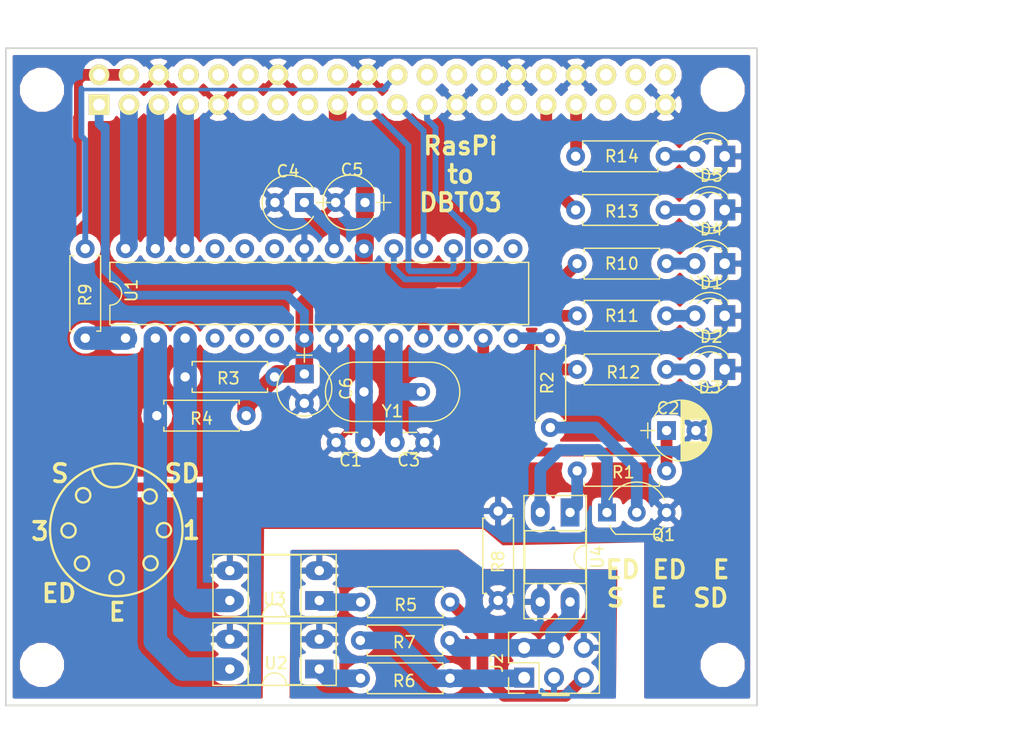
<source format=kicad_pcb>
(kicad_pcb (version 20171130) (host pcbnew 5.0.2+dfsg1-1)
  (layers (0 F.Cu signal) (31 B.Cu signal) (34 B.Paste user) (35 F.Paste user) (36 B.SilkS user) (37 F.SilkS user) (38 B.Mask user) (39 F.Mask user) (44 Edge.Cuts user))
  (net 0 "")
  (net 1 GND)
  (net 2 +3V3)
  (net 3 "Net-(Q1-Pad1)")
  (net 4 "Net-(Q1-Pad2)")
  (net 5 "Net-(R1-Pad2)")
  (net 6 "Net-(R5-Pad2)")
  (net 7 "Net-(R6-Pad2)")
  (net 8 +5V)
  (net 9 "Net-(RP1-Pad40)")
  (net 10 "Net-(RP1-Pad38)")
  (net 11 "Net-(RP1-Pad36)")
  (net 12 "Net-(RP1-Pad32)")
  (net 13 "Net-(RP1-Pad26)")
  (net 14 "Net-(RP1-Pad18)")
  (net 15 "Net-(RP1-Pad16)")
  (net 16 "Net-(RP1-Pad15)")
  (net 17 "Net-(RP1-Pad12)")
  (net 18 "Net-(RP1-Pad10)")
  (net 19 "Net-(RP1-Pad8)")
  (net 20 "Net-(RP1-Pad24)")
  (net 21 "Net-(RP1-Pad28)")
  (net 22 "Net-(RP1-Pad27)")
  (net 23 "Net-(D1-Pad2)")
  (net 24 /LED_BLUE)
  (net 25 /LED_GREEN)
  (net 26 /LED_RED)
  (net 27 "Net-(D3-Pad2)")
  (net 28 "Net-(D4-Pad2)")
  (net 29 "Net-(D2-Pad2)")
  (net 30 /COM_A)
  (net 31 /E0)
  (net 32 /ED0)
  (net 33 /SD0)
  (net 34 /S0)
  (net 35 "Net-(U1-Pad16)")
  (net 36 "Net-(U1-Pad15)")
  (net 37 "Net-(U1-Pad6)")
  (net 38 "Net-(U1-Pad25)")
  (net 39 "Net-(U1-Pad5)")
  (net 40 "Net-(U1-Pad24)")
  (net 41 "Net-(U1-Pad4)")
  (net 42 "Net-(U1-Pad23)")
  (net 43 "Net-(RP1-Pad13)")
  (net 44 "Net-(RP1-Pad11)")
  (net 45 "Net-(C3-Pad1)")
  (net 46 "Net-(C1-Pad1)")
  (net 47 /RST_N)
  (net 48 /MISO)
  (net 49 /MOSI)
  (net 50 /SCK)
  (net 51 "Net-(C4-Pad1)")
  (net 52 /GPIO4)
  (net 53 /GPIO3)
  (net 54 /GPIO2)
  (net 55 "Net-(R9-Pad1)")
  (net 56 "Net-(R12-Pad2)")
  (net 57 "Net-(R11-Pad2)")
  (net 58 "Net-(R10-Pad2)")
  (net 59 "Net-(D5-Pad2)")
  (net 60 "Net-(RP1-Pad35)")
  (net 61 /_E)
  (net 62 /_S0)
  (net 63 /_SD0)
  (module Raspberry-Pi-3-library-for-kicad:raspberrypi_2_3 (layer F.Cu) (at 146.544801 76.346001)
    (fp_text reference RP1)
    (fp_text value Raspberry_Pi_2_3)
    (pad "" np_thru_hole circle (at 29 49) (size 2.75 2.75) (drill 2.75) (layers *.Cu *.Mask F.SilkS))
    (pad "" np_thru_hole circle (at -29 49) (size 2.75 2.75) (drill 2.75) (layers *.Cu *.Mask F.SilkS))
    (pad "" np_thru_hole circle (at 29 0) (size 2.75 2.75) (drill 2.75) (layers *.Cu *.Mask F.SilkS))
    (pad "" np_thru_hole circle (at -29 0) (size 2.75 2.75) (drill 2.75) (layers *.Cu *.Mask F.SilkS))
    (pad 39 thru_hole circle (at 24.13 1.27) (size 1.75 1.75) (drill 1.016) (layers *.Cu *.Mask F.SilkS) (net 1 GND))
    (pad 40 thru_hole circle (at 24.13 -1.27) (size 1.75 1.75) (drill 1.016) (layers *.Cu *.Mask F.SilkS) (net 9 "Net-(RP1-Pad40)"))
    (pad 37 thru_hole circle (at 21.59 1.27) (size 1.75 1.75) (drill 1.016) (layers *.Cu *.Mask F.SilkS) (net 26 /LED_RED))
    (pad 38 thru_hole circle (at 21.59 -1.27) (size 1.75 1.75) (drill 1.016) (layers *.Cu *.Mask F.SilkS) (net 10 "Net-(RP1-Pad38)"))
    (pad 35 thru_hole circle (at 19.05 1.27) (size 1.75 1.75) (drill 1.016) (layers *.Cu *.Mask F.SilkS) (net 60 "Net-(RP1-Pad35)"))
    (pad 36 thru_hole circle (at 19.05 -1.27) (size 1.75 1.75) (drill 1.016) (layers *.Cu *.Mask F.SilkS) (net 11 "Net-(RP1-Pad36)"))
    (pad 33 thru_hole circle (at 16.51 1.27) (size 1.75 1.75) (drill 1.016) (layers *.Cu *.Mask F.SilkS) (net 25 /LED_GREEN))
    (pad 34 thru_hole circle (at 16.51 -1.27) (size 1.75 1.75) (drill 1.016) (layers *.Cu *.Mask F.SilkS) (net 1 GND))
    (pad 31 thru_hole circle (at 13.97 1.27) (size 1.75 1.75) (drill 1.016) (layers *.Cu *.Mask F.SilkS) (net 24 /LED_BLUE))
    (pad 32 thru_hole circle (at 13.97 -1.27) (size 1.75 1.75) (drill 1.016) (layers *.Cu *.Mask F.SilkS) (net 12 "Net-(RP1-Pad32)"))
    (pad 26 thru_hole circle (at 6.35 -1.27) (size 1.75 1.75) (drill 1.016) (layers *.Cu *.Mask F.SilkS) (net 13 "Net-(RP1-Pad26)"))
    (pad 25 thru_hole circle (at 6.35 1.27) (size 1.75 1.75) (drill 1.016) (layers *.Cu *.Mask F.SilkS) (net 1 GND))
    (pad 22 thru_hole circle (at 1.27 -1.27) (size 1.75 1.75) (drill 1.016) (layers *.Cu *.Mask F.SilkS) (net 47 /RST_N))
    (pad 21 thru_hole circle (at 1.27 1.27) (size 1.75 1.75) (drill 1.016) (layers *.Cu *.Mask F.SilkS) (net 48 /MISO))
    (pad 20 thru_hole circle (at -1.27 -1.27) (size 1.75 1.75) (drill 1.016) (layers *.Cu *.Mask F.SilkS) (net 1 GND))
    (pad 19 thru_hole circle (at -1.27 1.27) (size 1.75 1.75) (drill 1.016) (layers *.Cu *.Mask F.SilkS) (net 49 /MOSI))
    (pad 18 thru_hole circle (at -3.81 -1.27) (size 1.75 1.75) (drill 1.016) (layers *.Cu *.Mask F.SilkS) (net 14 "Net-(RP1-Pad18)"))
    (pad 17 thru_hole circle (at -3.81 1.27) (size 1.75 1.75) (drill 1.016) (layers *.Cu *.Mask F.SilkS) (net 2 +3V3))
    (pad 16 thru_hole circle (at -6.35 -1.27) (size 1.75 1.75) (drill 1.016) (layers *.Cu *.Mask F.SilkS) (net 15 "Net-(RP1-Pad16)"))
    (pad 15 thru_hole circle (at -6.35 1.27) (size 1.75 1.75) (drill 1.016) (layers *.Cu *.Mask F.SilkS) (net 16 "Net-(RP1-Pad15)"))
    (pad 14 thru_hole circle (at -8.89 -1.27) (size 1.75 1.75) (drill 1.016) (layers *.Cu *.Mask F.SilkS) (net 1 GND))
    (pad 13 thru_hole circle (at -8.89 1.27) (size 1.75 1.75) (drill 1.016) (layers *.Cu *.Mask F.SilkS) (net 43 "Net-(RP1-Pad13)"))
    (pad 12 thru_hole circle (at -11.43 -1.27) (size 1.75 1.75) (drill 1.016) (layers *.Cu *.Mask F.SilkS) (net 17 "Net-(RP1-Pad12)"))
    (pad 11 thru_hole circle (at -11.43 1.27) (size 1.75 1.75) (drill 1.016) (layers *.Cu *.Mask F.SilkS) (net 44 "Net-(RP1-Pad11)"))
    (pad 10 thru_hole circle (at -13.97 -1.27) (size 1.75 1.75) (drill 1.016) (layers *.Cu *.Mask F.SilkS) (net 18 "Net-(RP1-Pad10)"))
    (pad 9 thru_hole circle (at -13.97 1.27) (size 1.75 1.75) (drill 1.016) (layers *.Cu *.Mask F.SilkS) (net 1 GND))
    (pad 8 thru_hole circle (at -16.51 -1.27) (size 1.75 1.75) (drill 1.016) (layers *.Cu *.Mask F.SilkS) (net 19 "Net-(RP1-Pad8)"))
    (pad 7 thru_hole circle (at -16.51 1.27) (size 1.75 1.75) (drill 1.016) (layers *.Cu *.Mask F.SilkS) (net 52 /GPIO4))
    (pad 6 thru_hole circle (at -19.05 -1.27) (size 1.75 1.75) (drill 1.016) (layers *.Cu *.Mask F.SilkS) (net 1 GND))
    (pad 5 thru_hole circle (at -19.05 1.27) (size 1.75 1.75) (drill 1.016) (layers *.Cu *.Mask F.SilkS) (net 53 /GPIO3))
    (pad 4 thru_hole circle (at -21.59 -1.27) (size 1.75 1.75) (drill 1.016) (layers *.Cu *.Mask F.SilkS) (net 8 +5V))
    (pad 3 thru_hole circle (at -21.59 1.27) (size 1.75 1.75) (drill 1.016) (layers *.Cu *.Mask F.SilkS) (net 54 /GPIO2))
    (pad 2 thru_hole circle (at -24.13 -1.27) (size 1.75 1.75) (drill 1.016) (layers *.Cu *.Mask F.SilkS) (net 8 +5V))
    (pad 1 thru_hole rect (at -24.13 1.27) (size 1.75 1.75) (drill 1.016) (layers *.Cu *.Mask F.SilkS) (net 2 +3V3))
    (pad 23 thru_hole circle (at 3.81 1.27) (size 1.75 1.75) (drill 1.016) (layers *.Cu *.Mask F.SilkS) (net 50 /SCK))
    (pad 24 thru_hole circle (at 3.81 -1.27) (size 1.75 1.75) (drill 1.016) (layers *.Cu *.Mask F.SilkS) (net 20 "Net-(RP1-Pad24)"))
    (pad 30 thru_hole circle (at 11.43 -1.27) (size 1.75 1.75) (drill 1.016) (layers *.Cu *.Mask F.SilkS) (net 1 GND))
    (pad 29 thru_hole circle (at 11.43 1.27) (size 1.75 1.75) (drill 1.016) (layers *.Cu *.Mask F.SilkS) (net 30 /COM_A))
    (pad 28 thru_hole circle (at 8.89 -1.27) (size 1.75 1.75) (drill 1.016) (layers *.Cu *.Mask F.SilkS) (net 21 "Net-(RP1-Pad28)"))
    (pad 27 thru_hole circle (at 8.89 1.27) (size 1.75 1.75) (drill 1.016) (layers *.Cu *.Mask F.SilkS) (net 22 "Net-(RP1-Pad27)"))
  )
  (module LEDs:LED_D3.0mm (layer F.Cu) (at 175.7172 82.0166 180)
    (fp_text reference D5 (at 1.143 -1.651 180) (layer F.SilkS))
    (fp_text value LED)
    (pad 2 thru_hole circle (at 2.54 0 180) (size 1.8 1.8) (drill 0.9) (layers *.Cu *.Mask) (net 59 "Net-(D5-Pad2)"))
    (pad 1 thru_hole rect (at 0 0 180) (size 1.8 1.8) (drill 0.9) (layers *.Cu *.Mask) (net 1 GND))
  )
  (module Resistors_ThroughHole:R_Axial_DIN0207_L6.3mm_D2.5mm_P7.62mm_Horizontal (layer F.Cu) (at 170.6372 82.0166 180)
    (fp_text reference R14 (at 3.683 0 180) (layer F.SilkS))
    (fp_text value 470)
    (pad 2 thru_hole oval (at 7.62 0 180) (size 1.6 1.6) (drill 0.8) (layers *.Cu *.Mask) (net 25 /LED_GREEN))
    (pad 1 thru_hole circle (at 0 0 180) (size 1.6 1.6) (drill 0.8) (layers *.Cu *.Mask) (net 59 "Net-(D5-Pad2)"))
  )
  (module LEDs:LED_D3.0mm (layer F.Cu) (at 175.7172 86.5886 180)
    (fp_text reference D4 (at 1.143 -1.651 180) (layer F.SilkS))
    (fp_text value LED)
    (pad 1 thru_hole rect (at 0 0 180) (size 1.8 1.8) (drill 0.9) (layers *.Cu *.Mask) (net 1 GND))
    (pad 2 thru_hole circle (at 2.54 0 180) (size 1.8 1.8) (drill 0.9) (layers *.Cu *.Mask) (net 28 "Net-(D4-Pad2)"))
  )
  (module Resistors_ThroughHole:R_Axial_DIN0207_L6.3mm_D2.5mm_P7.62mm_Horizontal (layer F.Cu) (at 170.6372 86.5886 180)
    (fp_text reference R13 (at 3.683 -0.127 180) (layer F.SilkS))
    (fp_text value 470)
    (pad 2 thru_hole oval (at 7.62 0 180) (size 1.6 1.6) (drill 0.8) (layers *.Cu *.Mask) (net 24 /LED_BLUE))
    (pad 1 thru_hole circle (at 0 0 180) (size 1.6 1.6) (drill 0.8) (layers *.Cu *.Mask) (net 28 "Net-(D4-Pad2)"))
  )
  (module LEDs:LED_D3.0mm (layer F.Cu) (at 175.7172 91.1606 180)
    (fp_text reference D1 (at 1.143 -1.651 180) (layer F.SilkS))
    (fp_text value LED)
    (pad 2 thru_hole circle (at 2.54 0 180) (size 1.8 1.8) (drill 0.9) (layers *.Cu *.Mask) (net 23 "Net-(D1-Pad2)"))
    (pad 1 thru_hole rect (at 0 0 180) (size 1.8 1.8) (drill 0.9) (layers *.Cu *.Mask) (net 1 GND))
  )
  (module LEDs:LED_D3.0mm (layer F.Cu) (at 175.7172 95.6056 180)
    (fp_text reference D2 (at 1.143 -1.778 180) (layer F.SilkS))
    (fp_text value LED)
    (pad 1 thru_hole rect (at 0 0 180) (size 1.8 1.8) (drill 0.9) (layers *.Cu *.Mask) (net 1 GND))
    (pad 2 thru_hole circle (at 2.54 0 180) (size 1.8 1.8) (drill 0.9) (layers *.Cu *.Mask) (net 29 "Net-(D2-Pad2)"))
  )
  (module LEDs:LED_D3.0mm (layer F.Cu) (at 175.7172 100.1776 180)
    (fp_text reference D3 (at 1.27 -1.524 180) (layer F.SilkS))
    (fp_text value LED)
    (pad 2 thru_hole circle (at 2.54 0 180) (size 1.8 1.8) (drill 0.9) (layers *.Cu *.Mask) (net 27 "Net-(D3-Pad2)"))
    (pad 1 thru_hole rect (at 0 0 180) (size 1.8 1.8) (drill 0.9) (layers *.Cu *.Mask) (net 1 GND))
  )
  (module Resistors_ThroughHole:R_Axial_DIN0207_L6.3mm_D2.5mm_P7.62mm_Horizontal (layer F.Cu) (at 170.7642 91.1606 180)
    (fp_text reference R10 (at 3.81 0 180) (layer F.SilkS))
    (fp_text value 470)
    (pad 2 thru_hole oval (at 7.62 0 180) (size 1.6 1.6) (drill 0.8) (layers *.Cu *.Mask) (net 58 "Net-(R10-Pad2)"))
    (pad 1 thru_hole circle (at 0 0 180) (size 1.6 1.6) (drill 0.8) (layers *.Cu *.Mask) (net 23 "Net-(D1-Pad2)"))
  )
  (module Resistors_ThroughHole:R_Axial_DIN0207_L6.3mm_D2.5mm_P7.62mm_Horizontal (layer F.Cu) (at 170.7642 95.6056 180)
    (fp_text reference R11 (at 3.81 0 180) (layer F.SilkS))
    (fp_text value 470)
    (pad 1 thru_hole circle (at 0 0 180) (size 1.6 1.6) (drill 0.8) (layers *.Cu *.Mask) (net 29 "Net-(D2-Pad2)"))
    (pad 2 thru_hole oval (at 7.62 0 180) (size 1.6 1.6) (drill 0.8) (layers *.Cu *.Mask) (net 57 "Net-(R11-Pad2)"))
  )
  (module Resistors_ThroughHole:R_Axial_DIN0207_L6.3mm_D2.5mm_P7.62mm_Horizontal (layer F.Cu) (at 170.7642 100.1776 180)
    (fp_text reference R12 (at 3.683 -0.254 180) (layer F.SilkS))
    (fp_text value 470)
    (pad 2 thru_hole oval (at 7.62 0 180) (size 1.6 1.6) (drill 0.8) (layers *.Cu *.Mask) (net 56 "Net-(R12-Pad2)"))
    (pad 1 thru_hole circle (at 0 0 180) (size 1.6 1.6) (drill 0.8) (layers *.Cu *.Mask) (net 27 "Net-(D3-Pad2)"))
  )
  (module Resistors_ThroughHole:R_Axial_DIN0207_L6.3mm_D2.5mm_P7.62mm_Horizontal (layer F.Cu) (at 121.2342 97.5106 90)
    (fp_text reference R9 (at 3.683 0 90) (layer F.SilkS))
    (fp_text value 0r)
    (pad 2 thru_hole oval (at 7.62 0 90) (size 1.6 1.6) (drill 0.8) (layers *.Cu *.Mask) (net 47 /RST_N))
    (pad 1 thru_hole circle (at 0 0 90) (size 1.6 1.6) (drill 0.8) (layers *.Cu *.Mask) (net 55 "Net-(R9-Pad1)"))
  )
  (module Capacitors_ThroughHole:CP_Radial_D5.0mm_P2.50mm (layer F.Cu) (at 170.7642 105.3846)
    (fp_text reference C2 (at 0.127 -1.905) (layer F.SilkS))
    (fp_text value "EB-A 10U 63")
    (pad 2 thru_hole circle (at 2.5 0) (size 1.6 1.6) (drill 0.8) (layers *.Cu *.Mask) (net 1 GND))
    (pad 1 thru_hole rect (at 0 0) (size 1.6 1.6) (drill 0.8) (layers *.Cu *.Mask) (net 8 +5V))
  )
  (module Housings_DIP:DIP-28_W7.62mm (layer F.Cu) (at 124.6632 97.5106 90)
    (fp_text reference U1 (at 4.064 0.508 90) (layer F.SilkS))
    (fp_text value ATmega8L-8PU)
    (pad 28 thru_hole oval (at 7.62 0 90) (size 1.6 1.6) (drill 0.8) (layers *.Cu *.Mask) (net 54 /GPIO2))
    (pad 14 thru_hole oval (at 0 33.02 90) (size 1.6 1.6) (drill 0.8) (layers *.Cu *.Mask) (net 61 /_E))
    (pad 27 thru_hole oval (at 7.62 2.54 90) (size 1.6 1.6) (drill 0.8) (layers *.Cu *.Mask) (net 53 /GPIO3))
    (pad 13 thru_hole oval (at 0 30.48 90) (size 1.6 1.6) (drill 0.8) (layers *.Cu *.Mask) (net 56 "Net-(R12-Pad2)"))
    (pad 26 thru_hole oval (at 7.62 5.08 90) (size 1.6 1.6) (drill 0.8) (layers *.Cu *.Mask) (net 52 /GPIO4))
    (pad 12 thru_hole oval (at 0 27.94 90) (size 1.6 1.6) (drill 0.8) (layers *.Cu *.Mask) (net 57 "Net-(R11-Pad2)"))
    (pad 25 thru_hole oval (at 7.62 7.62 90) (size 1.6 1.6) (drill 0.8) (layers *.Cu *.Mask) (net 38 "Net-(U1-Pad25)"))
    (pad 11 thru_hole oval (at 0 25.4 90) (size 1.6 1.6) (drill 0.8) (layers *.Cu *.Mask) (net 58 "Net-(R10-Pad2)"))
    (pad 24 thru_hole oval (at 7.62 10.16 90) (size 1.6 1.6) (drill 0.8) (layers *.Cu *.Mask) (net 40 "Net-(U1-Pad24)"))
    (pad 10 thru_hole oval (at 0 22.86 90) (size 1.6 1.6) (drill 0.8) (layers *.Cu *.Mask) (net 45 "Net-(C3-Pad1)"))
    (pad 23 thru_hole oval (at 7.62 12.7 90) (size 1.6 1.6) (drill 0.8) (layers *.Cu *.Mask) (net 42 "Net-(U1-Pad23)"))
    (pad 9 thru_hole oval (at 0 20.32 90) (size 1.6 1.6) (drill 0.8) (layers *.Cu *.Mask) (net 46 "Net-(C1-Pad1)"))
    (pad 22 thru_hole oval (at 7.62 15.24 90) (size 1.6 1.6) (drill 0.8) (layers *.Cu *.Mask) (net 1 GND))
    (pad 8 thru_hole oval (at 0 17.78 90) (size 1.6 1.6) (drill 0.8) (layers *.Cu *.Mask) (net 1 GND))
    (pad 21 thru_hole oval (at 7.62 17.78 90) (size 1.6 1.6) (drill 0.8) (layers *.Cu *.Mask) (net 51 "Net-(C4-Pad1)"))
    (pad 7 thru_hole oval (at 0 15.24 90) (size 1.6 1.6) (drill 0.8) (layers *.Cu *.Mask) (net 2 +3V3))
    (pad 20 thru_hole oval (at 7.62 20.32 90) (size 1.6 1.6) (drill 0.8) (layers *.Cu *.Mask) (net 2 +3V3))
    (pad 6 thru_hole oval (at 0 12.7 90) (size 1.6 1.6) (drill 0.8) (layers *.Cu *.Mask) (net 37 "Net-(U1-Pad6)"))
    (pad 19 thru_hole oval (at 7.62 22.86 90) (size 1.6 1.6) (drill 0.8) (layers *.Cu *.Mask) (net 50 /SCK))
    (pad 5 thru_hole oval (at 0 10.16 90) (size 1.6 1.6) (drill 0.8) (layers *.Cu *.Mask) (net 39 "Net-(U1-Pad5)"))
    (pad 18 thru_hole oval (at 7.62 25.4 90) (size 1.6 1.6) (drill 0.8) (layers *.Cu *.Mask) (net 48 /MISO))
    (pad 4 thru_hole oval (at 0 7.62 90) (size 1.6 1.6) (drill 0.8) (layers *.Cu *.Mask) (net 41 "Net-(U1-Pad4)"))
    (pad 17 thru_hole oval (at 7.62 27.94 90) (size 1.6 1.6) (drill 0.8) (layers *.Cu *.Mask) (net 49 /MOSI))
    (pad 3 thru_hole oval (at 0 5.08 90) (size 1.6 1.6) (drill 0.8) (layers *.Cu *.Mask) (net 62 /_S0))
    (pad 16 thru_hole oval (at 7.62 30.48 90) (size 1.6 1.6) (drill 0.8) (layers *.Cu *.Mask) (net 35 "Net-(U1-Pad16)"))
    (pad 2 thru_hole oval (at 0 2.54 90) (size 1.6 1.6) (drill 0.8) (layers *.Cu *.Mask) (net 63 /_SD0))
    (pad 15 thru_hole oval (at 7.62 33.02 90) (size 1.6 1.6) (drill 0.8) (layers *.Cu *.Mask) (net 36 "Net-(U1-Pad15)"))
    (pad 1 thru_hole rect (at 0 0 90) (size 1.6 1.6) (drill 0.8) (layers *.Cu *.Mask) (net 55 "Net-(R9-Pad1)"))
  )
  (module Capacitors_ThroughHole:CP_Radial_Tantal_D4.5mm_P2.50mm (layer F.Cu) (at 139.9032 85.9536 180)
    (fp_text reference C4 (at 1.397 2.667 180) (layer F.SilkS))
    (fp_text value "TANTAL 2,2/16")
    (pad 2 thru_hole circle (at 2.5 0 180) (size 1.6 1.6) (drill 0.8) (layers *.Cu *.Mask) (net 1 GND))
    (pad 1 thru_hole rect (at 0 0 180) (size 1.6 1.6) (drill 0.8) (layers *.Cu *.Mask) (net 51 "Net-(C4-Pad1)"))
  )
  (module Capacitors_ThroughHole:CP_Radial_Tantal_D4.5mm_P2.50mm (layer F.Cu) (at 145.0702 85.9536 180)
    (fp_text reference C5 (at 1.103 2.794 180) (layer F.SilkS))
    (fp_text value "TANTAL 2,2/16")
    (pad 1 thru_hole rect (at 0 0 180) (size 1.6 1.6) (drill 0.8) (layers *.Cu *.Mask) (net 2 +3V3))
    (pad 2 thru_hole circle (at 2.5 0 180) (size 1.6 1.6) (drill 0.8) (layers *.Cu *.Mask) (net 1 GND))
  )
  (module Capacitors_ThroughHole:CP_Radial_Tantal_D4.5mm_P2.50mm (layer F.Cu) (at 139.9032 100.5586 270)
    (fp_text reference C6 (at 1.25 -3.56 270) (layer F.SilkS))
    (fp_text value "TANTAL 2,2/16")
    (pad 2 thru_hole circle (at 2.5 0 270) (size 1.6 1.6) (drill 0.8) (layers *.Cu *.Mask) (net 1 GND))
    (pad 1 thru_hole rect (at 0 0 270) (size 1.6 1.6) (drill 0.8) (layers *.Cu *.Mask) (net 2 +3V3))
  )
  (module Capacitors_ThroughHole:C_Disc_D3.0mm_W1.6mm_P2.50mm (layer F.Cu) (at 145.1102 106.4006 180)
    (fp_text reference C1 (at 1.27 -1.524 180) (layer F.SilkS))
    (fp_text value "KERKO 15P")
    (pad 1 thru_hole circle (at 0 0 180) (size 1.6 1.6) (drill 0.8) (layers *.Cu *.Mask) (net 46 "Net-(C1-Pad1)"))
    (pad 2 thru_hole circle (at 2.5 0 180) (size 1.6 1.6) (drill 0.8) (layers *.Cu *.Mask) (net 1 GND))
  )
  (module Capacitors_ThroughHole:C_Disc_D3.0mm_W1.6mm_P2.50mm (layer F.Cu) (at 147.6502 106.4006)
    (fp_text reference C3 (at 1.143 1.524) (layer F.SilkS))
    (fp_text value "KERKO 15P")
    (pad 2 thru_hole circle (at 2.5 0) (size 1.6 1.6) (drill 0.8) (layers *.Cu *.Mask) (net 1 GND))
    (pad 1 thru_hole circle (at 0 0) (size 1.6 1.6) (drill 0.8) (layers *.Cu *.Mask) (net 45 "Net-(C3-Pad1)"))
  )
  (module Crystals:Crystal_HC49-4H_Vertical (layer F.Cu) (at 144.9832 102.0826)
    (fp_text reference Y1 (at 2.413 1.651) (layer F.SilkS))
    (fp_text value 8MHz)
    (pad 2 thru_hole circle (at 4.88 0) (size 1.5 1.5) (drill 0.8) (layers *.Cu *.Mask) (net 45 "Net-(C3-Pad1)"))
    (pad 1 thru_hole circle (at 0 0) (size 1.5 1.5) (drill 0.8) (layers *.Cu *.Mask) (net 46 "Net-(C1-Pad1)"))
  )
  (module Housings_DIP:DIP-4_W7.62mm_Socket_LongPads (layer F.Cu) (at 141.1732 119.8626 180)
    (fp_text reference U3 (at 3.81 0.127 180) (layer F.SilkS))
    (fp_text value SFH617A-1)
    (pad 4 thru_hole oval (at 7.62 0 180) (size 2.4 1.6) (drill 0.8) (layers *.Cu *.Mask) (net 62 /_S0))
    (pad 2 thru_hole oval (at 0 2.54 180) (size 2.4 1.6) (drill 0.8) (layers *.Cu *.Mask) (net 31 /E0))
    (pad 3 thru_hole oval (at 7.62 2.54 180) (size 2.4 1.6) (drill 0.8) (layers *.Cu *.Mask) (net 1 GND))
    (pad 1 thru_hole rect (at 0 0 180) (size 2.4 1.6) (drill 0.8) (layers *.Cu *.Mask) (net 6 "Net-(R5-Pad2)"))
  )
  (module Housings_DIP:DIP-4_W7.62mm_Socket_LongPads (layer F.Cu) (at 162.54476 112.35944 270)
    (fp_text reference U4 (at 3.81 -2.33 270) (layer F.SilkS))
    (fp_text value SFH617A-1)
    (pad 1 thru_hole rect (at 0 0 270) (size 2.4 1.6) (drill 0.8) (layers *.Cu *.Mask) (net 5 "Net-(R1-Pad2)"))
    (pad 3 thru_hole oval (at 7.62 2.54 270) (size 2.4 1.6) (drill 0.8) (layers *.Cu *.Mask) (net 31 /E0))
    (pad 2 thru_hole oval (at 0 2.54 270) (size 2.4 1.6) (drill 0.8) (layers *.Cu *.Mask) (net 3 "Net-(Q1-Pad1)"))
    (pad 4 thru_hole oval (at 7.62 0 270) (size 2.4 1.6) (drill 0.8) (layers *.Cu *.Mask) (net 32 /ED0))
  )
  (module Housings_DIP:DIP-4_W7.62mm_Socket_LongPads (layer F.Cu) (at 141.1732 125.7046 180)
    (fp_text reference U2 (at 3.683 0.508 180) (layer F.SilkS))
    (fp_text value SFH617A-1)
    (pad 4 thru_hole oval (at 7.62 0 180) (size 2.4 1.6) (drill 0.8) (layers *.Cu *.Mask) (net 63 /_SD0))
    (pad 2 thru_hole oval (at 0 2.54 180) (size 2.4 1.6) (drill 0.8) (layers *.Cu *.Mask) (net 31 /E0))
    (pad 3 thru_hole oval (at 7.62 2.54 180) (size 2.4 1.6) (drill 0.8) (layers *.Cu *.Mask) (net 1 GND))
    (pad 1 thru_hole rect (at 0 0 180) (size 2.4 1.6) (drill 0.8) (layers *.Cu *.Mask) (net 7 "Net-(R6-Pad2)"))
  )
  (module Pin_Headers:Pin_Header_Straight_2x03_Pitch2.54mm (layer F.Cu) (at 158.63316 126.43612 90)
    (fp_text reference J2 (at 1.27 -2.33 90) (layer F.SilkS))
    (fp_text value Conn_02x03_Odd_Even)
    (pad 6 thru_hole oval (at 2.54 5.08 90) (size 1.7 1.7) (drill 1) (layers *.Cu *.Mask) (net 31 /E0))
    (pad 5 thru_hole oval (at 0 5.08 90) (size 1.7 1.7) (drill 1) (layers *.Cu *.Mask) (net 33 /SD0))
    (pad 4 thru_hole oval (at 2.54 2.54 90) (size 1.7 1.7) (drill 1) (layers *.Cu *.Mask) (net 32 /ED0))
    (pad 3 thru_hole oval (at 0 2.54 90) (size 1.7 1.7) (drill 1) (layers *.Cu *.Mask) (net 31 /E0))
    (pad 2 thru_hole oval (at 2.54 0 90) (size 1.7 1.7) (drill 1) (layers *.Cu *.Mask) (net 32 /ED0))
    (pad 1 thru_hole rect (at 0 0 90) (size 1.7 1.7) (drill 1) (layers *.Cu *.Mask) (net 34 /S0))
  )
  (module Resistors_ThroughHole:R_Axial_DIN0207_L6.3mm_D2.5mm_P7.62mm_Horizontal (layer F.Cu) (at 170.7642 108.8136 180)
    (fp_text reference R1 (at 3.683 -0.127 180) (layer F.SilkS))
    (fp_text value 470)
    (pad 2 thru_hole oval (at 7.62 0 180) (size 1.6 1.6) (drill 0.8) (layers *.Cu *.Mask) (net 5 "Net-(R1-Pad2)"))
    (pad 1 thru_hole circle (at 0 0 180) (size 1.6 1.6) (drill 0.8) (layers *.Cu *.Mask) (net 8 +5V))
  )
  (module Resistors_ThroughHole:R_Axial_DIN0207_L6.3mm_D2.5mm_P7.62mm_Horizontal (layer F.Cu) (at 160.8582 105.1306 90)
    (fp_text reference R2 (at 3.81 -0.254 90) (layer F.SilkS))
    (fp_text value 10k)
    (pad 1 thru_hole circle (at 0 0 90) (size 1.6 1.6) (drill 0.8) (layers *.Cu *.Mask) (net 4 "Net-(Q1-Pad2)"))
    (pad 2 thru_hole oval (at 7.62 0 90) (size 1.6 1.6) (drill 0.8) (layers *.Cu *.Mask) (net 61 /_E))
  )
  (module Resistors_ThroughHole:R_Axial_DIN0207_L6.3mm_D2.5mm_P7.62mm_Horizontal (layer F.Cu) (at 137.3632 100.8126 180)
    (fp_text reference R3 (at 3.937 -0.127 180) (layer F.SilkS))
    (fp_text value 10k)
    (pad 2 thru_hole oval (at 7.62 0 180) (size 1.6 1.6) (drill 0.8) (layers *.Cu *.Mask) (net 62 /_S0))
    (pad 1 thru_hole circle (at 0 0 180) (size 1.6 1.6) (drill 0.8) (layers *.Cu *.Mask) (net 2 +3V3))
  )
  (module Resistors_ThroughHole:R_Axial_DIN0207_L6.3mm_D2.5mm_P7.62mm_Horizontal (layer F.Cu) (at 134.9502 104.1146 180)
    (fp_text reference R4 (at 3.81 -0.254 180) (layer F.SilkS))
    (fp_text value 10k)
    (pad 1 thru_hole circle (at 0 0 180) (size 1.6 1.6) (drill 0.8) (layers *.Cu *.Mask) (net 2 +3V3))
    (pad 2 thru_hole oval (at 7.62 0 180) (size 1.6 1.6) (drill 0.8) (layers *.Cu *.Mask) (net 63 /_SD0))
  )
  (module Resistors_ThroughHole:R_Axial_DIN0207_L6.3mm_D2.5mm_P7.62mm_Horizontal (layer F.Cu) (at 152.3238 119.99976 180)
    (fp_text reference R5 (at 3.7846 -0.24384 180) (layer F.SilkS))
    (fp_text value 470)
    (pad 2 thru_hole oval (at 7.62 0 180) (size 1.6 1.6) (drill 0.8) (layers *.Cu *.Mask) (net 6 "Net-(R5-Pad2)"))
    (pad 1 thru_hole circle (at 0 0 180) (size 1.6 1.6) (drill 0.8) (layers *.Cu *.Mask) (net 33 /SD0))
  )
  (module Resistors_ThroughHole:R_Axial_DIN0207_L6.3mm_D2.5mm_P7.62mm_Horizontal (layer F.Cu) (at 152.3111 126.492 180)
    (fp_text reference R6 (at 3.8989 -0.2286 180) (layer F.SilkS))
    (fp_text value 470)
    (pad 1 thru_hole circle (at 0 0 180) (size 1.6 1.6) (drill 0.8) (layers *.Cu *.Mask) (net 34 /S0))
    (pad 2 thru_hole oval (at 7.62 0 180) (size 1.6 1.6) (drill 0.8) (layers *.Cu *.Mask) (net 7 "Net-(R6-Pad2)"))
  )
  (module Resistors_ThroughHole:R_Axial_DIN0207_L6.3mm_D2.5mm_P7.62mm_Horizontal (layer F.Cu) (at 144.67332 123.2662)
    (fp_text reference R7 (at 3.73888 0.1524) (layer F.SilkS))
    (fp_text value 2k2)
    (pad 2 thru_hole oval (at 7.62 0) (size 1.6 1.6) (drill 0.8) (layers *.Cu *.Mask) (net 32 /ED0))
    (pad 1 thru_hole circle (at 0 0) (size 1.6 1.6) (drill 0.8) (layers *.Cu *.Mask) (net 34 /S0))
  )
  (module Resistors_ThroughHole:R_Axial_DIN0207_L6.3mm_D2.5mm_P7.62mm_Horizontal (layer F.Cu) (at 156.4132 119.8626 90)
    (fp_text reference R8 (at 3.302 0 90) (layer F.SilkS))
    (fp_text value 1M)
    (pad 1 thru_hole circle (at 0 0 90) (size 1.6 1.6) (drill 0.8) (layers *.Cu *.Mask) (net 31 /E0))
    (pad 2 thru_hole oval (at 7.62 0 90) (size 1.6 1.6) (drill 0.8) (layers *.Cu *.Mask) (net 1 GND))
  )
  (module TO_SOT_Packages_THT:TO-92_Inline_Wide (layer F.Cu) (at 165.6842 112.3696)
    (fp_text reference Q1 (at 4.826 1.905 180) (layer F.SilkS))
    (fp_text value BC546)
    (pad 1 thru_hole rect (at 0 0 90) (size 1.52 1.52) (drill 0.8) (layers *.Cu *.Mask) (net 3 "Net-(Q1-Pad1)"))
    (pad 3 thru_hole circle (at 5.08 0 90) (size 1.52 1.52) (drill 0.8) (layers *.Cu *.Mask) (net 1 GND))
    (pad 2 thru_hole circle (at 2.54 0 90) (size 1.52 1.52) (drill 0.8) (layers *.Cu *.Mask) (net 4 "Net-(Q1-Pad2)"))
  )
  (gr_line (start 160.1978 127.9144) (end 162.433 127.9144) (layer F.SilkS) (width 0.2))
  (gr_text 3 (at 117.3734 113.9698) (layer F.SilkS) (effects (font (size 1.5 1.5) (thickness 0.3))))
  (gr_text 1 (at 130.2766 113.8936) (layer F.SilkS) (effects (font (size 1.5 1.5) (thickness 0.3))))
  (gr_circle (center 126.7206 110.998) (end 127.3302 111.0742) (layer F.SilkS) (width 0.2))
  (gr_circle (center 121.0564 110.8964) (end 121.666 110.9726) (layer F.SilkS) (width 0.2))
  (gr_circle (center 126.7968 116.6876) (end 127.4064 116.713) (layer F.SilkS) (width 0.2))
  (gr_circle (center 120.9548 116.713) (end 121.5644 116.6622) (layer F.SilkS) (width 0.2))
  (gr_circle (center 127.9398 113.8682) (end 127.3302 113.919) (layer F.SilkS) (width 0.2))
  (gr_circle (center 119.8118 113.8936) (end 120.4214 113.8682) (layer F.SilkS) (width 0.2))
  (gr_circle (center 123.9012 117.9322) (end 124.5108 117.9068) (layer F.SilkS) (width 0.2))
  (gr_arc (start 123.6472 108.3564) (end 121.818401 108.711999) (angle -161.1962713) (layer F.SilkS) (width 0.2))
  (gr_text SD (at 129.4892 109.0422) (layer F.SilkS) (effects (font (size 1.5 1.5) (thickness 0.3))))
  (gr_text S (at 119.0752 109.0422) (layer F.SilkS) (effects (font (size 1.5 1.5) (thickness 0.3))))
  (gr_text ED (at 118.999 119.253) (layer F.SilkS) (effects (font (size 1.5 1.5) (thickness 0.3))))
  (gr_text E (at 123.952 120.8532) (layer F.SilkS) (effects (font (size 1.5 1.5) (thickness 0.3))))
  (gr_circle (center 123.8758 113.843605) (end 128.0668 117.6274) (layer F.SilkS) (width 0.2))
  (gr_text "ED ED  E\nS  E  SD" (at 170.8404 118.4402) (layer F.SilkS) (effects (font (size 1.5 1.5) (thickness 0.3))))
  (gr_text "RasPi\nto\nDBT03" (at 153.2128 83.5406) (layer F.SilkS) (effects (font (size 1.5 1.5) (thickness 0.3))))
  (gr_line (start 114.4688 128.8036) (end 114.4688 72.8036) (layer Edge.Cuts) (width 0.15))
  (gr_line (start 178.4688 128.8036) (end 114.4688 128.8036) (layer Edge.Cuts) (width 0.15))
  (gr_line (start 178.4688 72.8036) (end 178.4688 128.8036) (layer Edge.Cuts) (width 0.15))
  (gr_line (start 114.4688 72.8036) (end 178.4688 72.8036) (layer Edge.Cuts) (width 0.15))
  (segment (start 144.9832 86.0406) (end 145.0702 85.9536) (width 1) (layer F.Cu) (net 2))
  (segment (start 139.9032 97.5106) (end 139.9032 100.5586) (width 1.5) (layer F.Cu) (net 2))
  (segment (start 137.6032 100.5586) (end 139.9032 100.5586) (width 1.5) (layer F.Cu) (net 2))
  (segment (start 137.3632 100.7986) (end 137.6032 100.5586) (width 1.5) (layer F.Cu) (net 2))
  (segment (start 145.0702 89.8036) (end 144.9832 89.8906) (width 1.5) (layer F.Cu) (net 2))
  (segment (start 145.0702 85.9536) (end 145.0702 89.8036) (width 1.5) (layer F.Cu) (net 2))
  (segment (start 139.9032 94.5896) (end 139.9032 97.5106) (width 1.5) (layer F.Cu) (net 2))
  (segment (start 140.5382 93.9546) (end 139.9032 94.5896) (width 1.5) (layer F.Cu) (net 2))
  (segment (start 143.0782 93.9546) (end 140.5382 93.9546) (width 1.5) (layer F.Cu) (net 2))
  (segment (start 144.9832 89.8906) (end 144.9832 92.0496) (width 1.5) (layer F.Cu) (net 2))
  (segment (start 144.9832 92.0496) (end 143.0782 93.9546) (width 1.5) (layer F.Cu) (net 2))
  (segment (start 134.9502 103.2256) (end 137.3632 100.8126) (width 1.5) (layer F.Cu) (net 2))
  (segment (start 134.9502 104.1146) (end 134.9502 103.2256) (width 1.5) (layer F.Cu) (net 2))
  (segment (start 122.936 79.5122) (end 122.936 91.7194) (width 0.75) (layer B.Cu) (net 2))
  (segment (start 122.936 91.7194) (end 125.0696 93.853) (width 0.75) (layer B.Cu) (net 2))
  (segment (start 125.0696 93.853) (end 138.43 93.853) (width 0.75) (layer B.Cu) (net 2))
  (segment (start 138.43 93.853) (end 139.9286 95.3516) (width 0.75) (layer B.Cu) (net 2))
  (segment (start 139.9032 95.377) (end 139.9032 97.5106) (width 0.75) (layer B.Cu) (net 2))
  (segment (start 139.9286 95.3516) (end 139.9032 95.377) (width 0.75) (layer B.Cu) (net 2))
  (segment (start 122.686 79.5122) (end 122.936 79.5122) (width 0.75) (layer B.Cu) (net 2))
  (segment (start 122.414801 79.241001) (end 122.686 79.5122) (width 0.75) (layer B.Cu) (net 2))
  (segment (start 122.414801 77.616001) (end 122.414801 79.241001) (width 0.75) (layer B.Cu) (net 2))
  (segment (start 142.734801 77.616001) (end 142.734801 80.276201) (width 1.5) (layer F.Cu) (net 2))
  (segment (start 145.0702 82.6116) (end 145.0702 85.9536) (width 1.5) (layer F.Cu) (net 2))
  (segment (start 142.734801 80.276201) (end 145.0702 82.6116) (width 1.5) (layer F.Cu) (net 2))
  (segment (start 160.00476 112.35944) (end 160.00476 108.65104) (width 1) (layer B.Cu) (net 3))
  (segment (start 160.00476 108.65104) (end 161.6202 107.0356) (width 1) (layer B.Cu) (net 3))
  (segment (start 161.6202 107.0356) (end 164.9222 107.0356) (width 1) (layer B.Cu) (net 3))
  (segment (start 165.6842 107.7976) (end 165.6842 112.3696) (width 1) (layer B.Cu) (net 3))
  (segment (start 164.9222 107.0356) (end 165.6842 107.7976) (width 1) (layer B.Cu) (net 3))
  (segment (start 168.2242 111.294798) (end 168.2242 112.3696) (width 1) (layer B.Cu) (net 4))
  (segment (start 168.2242 108.64053) (end 168.2242 111.294798) (width 1) (layer B.Cu) (net 4))
  (segment (start 164.71427 105.1306) (end 168.2242 108.64053) (width 1) (layer B.Cu) (net 4))
  (segment (start 160.8582 105.1306) (end 164.71427 105.1306) (width 1) (layer B.Cu) (net 4))
  (segment (start 163.1442 111.76) (end 162.54476 112.35944) (width 1) (layer B.Cu) (net 5))
  (segment (start 163.1442 108.8136) (end 163.1442 111.76) (width 1) (layer B.Cu) (net 5))
  (segment (start 141.31036 119.99976) (end 141.1732 119.8626) (width 1.5) (layer B.Cu) (net 6))
  (segment (start 144.7038 119.99976) (end 141.31036 119.99976) (width 1.5) (layer B.Cu) (net 6))
  (segment (start 141.9606 126.492) (end 141.1732 125.7046) (width 1.5) (layer B.Cu) (net 7))
  (segment (start 144.6911 126.492) (end 141.9606 126.492) (width 1.5) (layer B.Cu) (net 7))
  (segment (start 124.954801 75.076001) (end 122.414801 75.076001) (width 1) (layer F.Cu) (net 8))
  (segment (start 122.414801 75.076001) (end 121.177365 75.076001) (width 1) (layer F.Cu) (net 8))
  (segment (start 118.2624 106.9594) (end 121.491601 110.188601) (width 0.75) (layer F.Cu) (net 8))
  (segment (start 120.65 75.603366) (end 120.65 78.636202) (width 0.75) (layer F.Cu) (net 8))
  (segment (start 120.5738 86.614) (end 118.2624 88.9254) (width 0.75) (layer F.Cu) (net 8))
  (segment (start 121.177365 75.076001) (end 120.65 75.603366) (width 0.75) (layer F.Cu) (net 8))
  (segment (start 120.65 78.636202) (end 120.5738 78.712402) (width 0.75) (layer F.Cu) (net 8))
  (segment (start 120.5738 78.712402) (end 120.5738 86.614) (width 0.75) (layer F.Cu) (net 8))
  (segment (start 118.2624 88.9254) (end 118.2624 106.9594) (width 0.75) (layer F.Cu) (net 8))
  (segment (start 121.491601 110.188601) (end 152.777599 110.188601) (width 0.75) (layer F.Cu) (net 8))
  (segment (start 152.777599 110.188601) (end 155.7528 107.2134) (width 0.75) (layer F.Cu) (net 8))
  (segment (start 155.7528 107.2134) (end 170.6372 107.2134) (width 0.75) (layer F.Cu) (net 8))
  (segment (start 170.6372 107.2134) (end 170.7642 107.3404) (width 0.75) (layer F.Cu) (net 8))
  (segment (start 170.7642 105.3846) (end 170.7642 107.3404) (width 1) (layer F.Cu) (net 8))
  (segment (start 170.7642 107.3404) (end 170.7642 108.8136) (width 1) (layer F.Cu) (net 8))
  (segment (start 170.7642 91.1606) (end 173.1772 91.1606) (width 1) (layer B.Cu) (net 23))
  (segment (start 160.514801 84.086201) (end 163.0172 86.5886) (width 1) (layer F.Cu) (net 24))
  (segment (start 160.514801 77.616001) (end 160.514801 84.086201) (width 1) (layer F.Cu) (net 24))
  (segment (start 163.054801 81.851999) (end 162.8902 82.0166) (width 1) (layer F.Cu) (net 25))
  (segment (start 163.054801 81.978999) (end 163.0172 82.0166) (width 1) (layer F.Cu) (net 25))
  (segment (start 163.054801 77.616001) (end 163.054801 81.978999) (width 1) (layer F.Cu) (net 25))
  (segment (start 170.7642 100.1776) (end 173.1772 100.1776) (width 1) (layer B.Cu) (net 27))
  (segment (start 170.6372 86.5886) (end 173.1772 86.5886) (width 1) (layer B.Cu) (net 28))
  (segment (start 170.7642 95.6056) (end 173.1772 95.6056) (width 1) (layer B.Cu) (net 29))
  (segment (start 161.17316 123.89612) (end 158.63316 123.89612) (width 1.5) (layer B.Cu) (net 32))
  (segment (start 152.92324 123.89612) (end 152.29332 123.2662) (width 1.5) (layer B.Cu) (net 32))
  (segment (start 158.63316 123.89612) (end 152.92324 123.89612) (width 1.5) (layer B.Cu) (net 32))
  (segment (start 162.54476 121.322439) (end 162.54476 119.97944) (width 1.5) (layer B.Cu) (net 32))
  (segment (start 161.17316 122.694039) (end 162.54476 121.322439) (width 1.5) (layer B.Cu) (net 32))
  (segment (start 161.17316 123.89612) (end 161.17316 122.694039) (width 1.5) (layer B.Cu) (net 32))
  (segment (start 162.163159 127.986121) (end 156.942121 127.986121) (width 1) (layer F.Cu) (net 33))
  (segment (start 163.71316 126.43612) (end 162.163159 127.986121) (width 1) (layer F.Cu) (net 33))
  (segment (start 156.942121 127.986121) (end 155.07716 126.12116) (width 1) (layer F.Cu) (net 33))
  (segment (start 155.07716 122.75312) (end 152.3238 119.99976) (width 1) (layer F.Cu) (net 33))
  (segment (start 155.07716 126.12116) (end 155.07716 122.75312) (width 1) (layer F.Cu) (net 33))
  (segment (start 158.57728 126.492) (end 158.63316 126.43612) (width 1.5) (layer B.Cu) (net 34))
  (segment (start 152.3111 126.492) (end 158.57728 126.492) (width 1.5) (layer B.Cu) (net 34))
  (segment (start 147.6756 123.2662) (end 144.67332 123.2662) (width 1.5) (layer B.Cu) (net 34))
  (segment (start 152.3111 126.492) (end 150.9014 126.492) (width 1.5) (layer B.Cu) (net 34))
  (segment (start 150.9014 126.492) (end 147.6756 123.2662) (width 1.5) (layer B.Cu) (net 34))
  (segment (start 157.6832 97.5106) (end 160.8582 97.5106) (width 1) (layer B.Cu) (net 61))
  (segment (start 129.7432 97.5106) (end 129.7432 106.9086) (width 2) (layer B.Cu) (net 62))
  (segment (start 130.3532 119.8626) (end 133.5532 119.8626) (width 2) (layer B.Cu) (net 62))
  (segment (start 129.7432 119.2526) (end 130.3532 119.8626) (width 2) (layer B.Cu) (net 62))
  (segment (start 129.7432 106.9086) (end 129.7432 119.2526) (width 2) (layer B.Cu) (net 62))
  (segment (start 127.2032 97.5106) (end 127.2032 109.9566) (width 2) (layer B.Cu) (net 63))
  (segment (start 129.5658 125.7046) (end 133.5532 125.7046) (width 2) (layer B.Cu) (net 63))
  (segment (start 127.2032 109.9566) (end 127.2032 123.342) (width 2) (layer B.Cu) (net 63))
  (segment (start 127.2032 123.342) (end 129.5658 125.7046) (width 2) (layer B.Cu) (net 63))
  (segment (start 147.5232 106.2736) (end 147.6502 106.4006) (width 1.5) (layer B.Cu) (net 45))
  (segment (start 148.80254 102.0826) (end 147.5232 102.0826) (width 1.5) (layer B.Cu) (net 45))
  (segment (start 149.8632 102.0826) (end 148.80254 102.0826) (width 1.5) (layer B.Cu) (net 45))
  (segment (start 147.5232 97.5106) (end 147.5232 102.0826) (width 1.5) (layer B.Cu) (net 45))
  (segment (start 147.5232 102.0826) (end 147.5232 106.2736) (width 1.5) (layer B.Cu) (net 45))
  (segment (start 144.9832 106.2736) (end 145.1102 106.4006) (width 1.5) (layer B.Cu) (net 46))
  (segment (start 144.9832 97.5106) (end 144.9832 101.9556) (width 1.5) (layer B.Cu) (net 46))
  (segment (start 144.9832 101.9556) (end 144.9832 106.2736) (width 1.5) (layer B.Cu) (net 46))
  (segment (start 146.665402 76.327) (end 120.9294 76.327) (width 0.3) (layer B.Cu) (net 47))
  (segment (start 120.903798 80.289198) (end 121.2342 80.6196) (width 0.5) (layer B.Cu) (net 47))
  (segment (start 120.903798 76.251002) (end 120.903798 80.289198) (width 0.5) (layer B.Cu) (net 47))
  (segment (start 121.2342 80.6196) (end 121.2342 89.8906) (width 0.5) (layer B.Cu) (net 47))
  (segment (start 146.939802 75.951) (end 146.939802 76.0526) (width 0.5) (layer B.Cu) (net 47))
  (segment (start 146.939802 76.0526) (end 146.665402 76.327) (width 0.5) (layer B.Cu) (net 47))
  (segment (start 147.814801 75.076001) (end 146.939802 75.951) (width 0.5) (layer B.Cu) (net 47))
  (segment (start 150.0632 79.8644) (end 150.0632 89.8906) (width 0.5) (layer B.Cu) (net 48))
  (segment (start 147.814801 77.616001) (end 150.0632 79.8644) (width 0.5) (layer B.Cu) (net 48))
  (segment (start 148.773201 81.114401) (end 148.773201 91.648601) (width 0.5) (layer B.Cu) (net 49))
  (segment (start 145.274801 77.616001) (end 148.773201 81.114401) (width 0.5) (layer B.Cu) (net 49))
  (segment (start 148.773201 91.648601) (end 148.9202 91.7956) (width 0.5) (layer B.Cu) (net 49))
  (segment (start 148.9202 91.7956) (end 152.3492 91.7956) (width 0.5) (layer B.Cu) (net 49))
  (segment (start 152.6032 91.5416) (end 152.6032 89.8906) (width 0.5) (layer B.Cu) (net 49))
  (segment (start 152.3492 91.7956) (end 152.6032 91.5416) (width 0.5) (layer B.Cu) (net 49))
  (segment (start 147.5232 91.5416) (end 147.5232 89.8906) (width 0.5) (layer B.Cu) (net 50))
  (segment (start 153.04619 92.49561) (end 148.47721 92.49561) (width 0.5) (layer B.Cu) (net 50))
  (segment (start 150.354801 78.853437) (end 151.0792 79.577836) (width 0.5) (layer B.Cu) (net 50))
  (segment (start 151.0792 79.577836) (end 151.0792 85.4456) (width 0.5) (layer B.Cu) (net 50))
  (segment (start 150.354801 77.616001) (end 150.354801 78.853437) (width 0.5) (layer B.Cu) (net 50))
  (segment (start 151.0792 85.4456) (end 153.853201 88.219601) (width 0.5) (layer B.Cu) (net 50))
  (segment (start 153.853201 88.219601) (end 153.853201 91.688599) (width 0.5) (layer B.Cu) (net 50))
  (segment (start 148.47721 92.49561) (end 147.5232 91.5416) (width 0.5) (layer B.Cu) (net 50))
  (segment (start 153.853201 91.688599) (end 153.04619 92.49561) (width 0.5) (layer B.Cu) (net 50))
  (segment (start 142.4432 88.4936) (end 139.9032 85.9536) (width 1) (layer B.Cu) (net 51))
  (segment (start 142.4432 89.8906) (end 142.4432 88.4936) (width 1) (layer B.Cu) (net 51))
  (segment (start 129.7432 77.907602) (end 130.034801 77.616001) (width 1.5) (layer B.Cu) (net 52))
  (segment (start 129.7432 89.8906) (end 129.7432 77.907602) (width 1.5) (layer B.Cu) (net 52))
  (segment (start 127.2032 77.907602) (end 127.494801 77.616001) (width 1.5) (layer B.Cu) (net 53))
  (segment (start 127.2032 89.8906) (end 127.2032 77.907602) (width 1.5) (layer B.Cu) (net 53))
  (segment (start 124.954801 89.598999) (end 124.954801 77.616001) (width 1.5) (layer B.Cu) (net 54))
  (segment (start 124.6632 89.8906) (end 124.954801 89.598999) (width 1.5) (layer B.Cu) (net 54))
  (segment (start 121.2342 97.5106) (end 124.6632 97.5106) (width 2) (layer B.Cu) (net 55))
  (segment (start 155.1432 99.1616) (end 155.1432 97.5106) (width 1) (layer F.Cu) (net 56))
  (segment (start 163.1442 100.1776) (end 156.1592 100.1776) (width 1) (layer F.Cu) (net 56))
  (segment (start 156.1592 100.1776) (end 155.1432 99.1616) (width 1) (layer F.Cu) (net 56))
  (segment (start 152.6032 95.9866) (end 152.6032 97.5106) (width 1) (layer F.Cu) (net 57))
  (segment (start 163.1442 95.6056) (end 152.9842 95.6056) (width 1) (layer F.Cu) (net 57))
  (segment (start 152.9842 95.6056) (end 152.6032 95.9866) (width 1) (layer F.Cu) (net 57))
  (segment (start 150.0632 95.4786) (end 150.0632 97.5106) (width 1) (layer F.Cu) (net 58))
  (segment (start 151.3332 94.2086) (end 150.0632 95.4786) (width 1) (layer F.Cu) (net 58))
  (segment (start 163.1442 91.1606) (end 160.0962 94.2086) (width 1) (layer F.Cu) (net 58))
  (segment (start 160.0962 94.2086) (end 151.3332 94.2086) (width 1) (layer F.Cu) (net 58))
  (segment (start 170.6372 82.0166) (end 173.1772 82.0166) (width 1) (layer B.Cu) (net 59))
  (zone (net 31) (net_name /E0) (layer B.Cu) (connect_pads (clearance 0.508)) (min_thickness 0.254) (fill yes (arc_segments 16) (thermal_gap 0.508) (thermal_bridge_width 0.508))
    (polygon (pts (xy 138.7094 115.55984) (xy 153.0096 115.57) (xy 155.23464 117.19052) (xy 166.48176 117.221) (xy 166.45128 128.88976) (xy 138.67892 128.82372)))
  )
  (zone (net 1) (net_name GND) (layer B.Cu) (connect_pads (clearance 0.508)) (min_thickness 0.254) (fill yes (arc_segments 16) (thermal_gap 0.508) (thermal_bridge_width 0.508))
    (polygon (pts (xy 114.5032 72.8726) (xy 178.5112 72.8726) (xy 178.3842 128.8796) (xy 168.8592 128.7526) (xy 168.8592 114.9096) (xy 156.7942 114.9096) (xy 155.1432 113.6396) (xy 136.2202 113.6396) (xy 136.2202 128.6256) (xy 114.6302 128.6256)))
  )
  (zone (net 1) (net_name GND) (layer F.Cu) (connect_pads (clearance 0.508)) (min_thickness 0.254) (fill yes (arc_segments 16) (thermal_gap 0.508) (thermal_bridge_width 0.508))
    (polygon (pts (xy 114.3762 72.8726) (xy 178.3842 72.8726) (xy 178.5112 128.7526) (xy 168.8592 128.7526) (xy 168.8592 114.9096) (xy 156.7942 115.1636) (xy 155.1432 113.7666) (xy 136.4742 113.7666) (xy 136.3472 128.7526) (xy 114.6302 128.8796)))
  )
  (zone (net 31) (net_name /E0) (layer F.Cu) (connect_pads (clearance 0.508)) (min_thickness 0.254) (fill yes (arc_segments 16) (thermal_gap 0.508) (thermal_bridge_width 0.508))
    (polygon (pts (xy 138.7602 115.5446) (xy 153.0096 115.5192) (xy 155.1686 117.1702) (xy 166.5732 117.1956) (xy 166.4462 128.7526) (xy 138.6332 128.7526)))
  )
)
</source>
